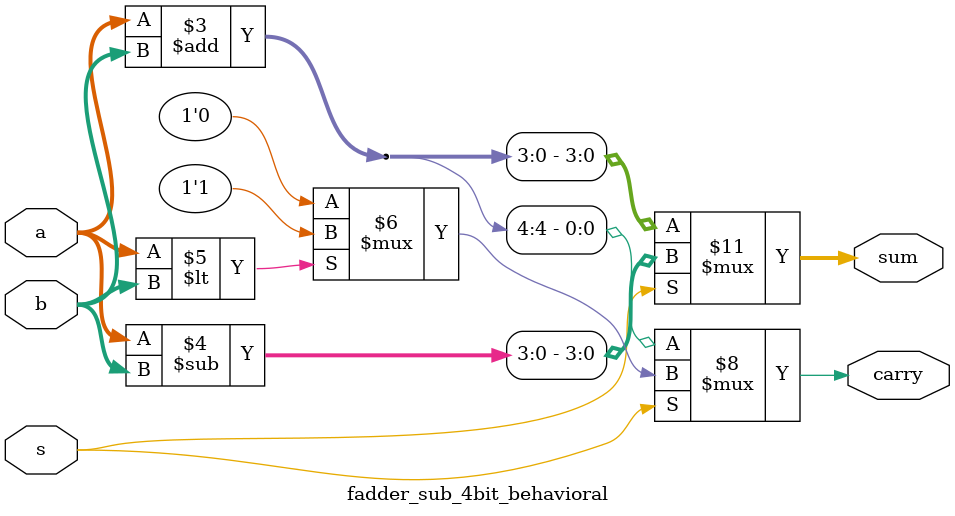
<source format=v>
`timescale 1ns / 1ps


module full_adder_structural(
    input a, b, cin,                // 입력비트 3개 (이전자리 올라온 자리올림 cin) 
    output sum, carry               // 출력
);

    wire sum_0;
    wire carry_0;
    wire carry_1;

    // 
    half_adder_structural ha0(
        .a(a),
        .b(b),
        .s(sum_0),
        .c(carry_0)
    );

    half_adder_structural ha1(
        .a(sum_0),
        .b(cin),
        .s(sum),
        .c(carry_1)
    );

    // 최종자리 올림은 두자리 올림의 OR 연산 (carry_0, carry_1)
    // 둘중 하나라도 1이면 carry 출력은 1
    or (carry, carry_0, carry_1);

endmodule


// 전가산기 (Behavioral)
module full_adder_behavioral (
    input a, b, cin,
    output reg sum, carry
);

    always @(a, b, cin) begin
        // 입력 3 비트를 하나의 값으로 묶어서 case 처리
        case ({a, b, cin})
            3'b000 : begin sum = 0; carry = 0; end // 0+0+0 = sum 0, carry 0
            3'b001 : begin sum = 1; carry = 0; end // 0+0+1 = sum 1, carry 0
            3'b010 : begin sum = 1; carry = 0; end // 0+1+0 = sum 1, carry 0
            3'b011 : begin sum = 0; carry = 1; end // 0+1+1 = sum 0, carry 1
            3'b100 : begin sum = 1; carry = 0; end // 1+0+0 = sum 1, carry 0
            3'b101 : begin sum = 0; carry = 1; end // 1+0+1 = sum 0, carry 1
            3'b110 : begin sum = 0; carry = 1; end // 1+1+0 = sum 0, carry 1
            3'b111 : begin sum = 1; carry = 1; end // 1+1+1 = sum 1, carry 1
        endcase
    end
    
endmodule

// dataflow
module full_adder_dataflow (
    input a, b, cin,      // <-- 쉼표 추가
    output sum, carry     // <-- 쉼표 추가
);

    wire [1:0] sum_value;          //2 비트 와이어 --> 덧셈 결과 (하위 : sum, 상위 : carry)

    assign sum_value = a + b + cin;

    assign sum = sum_value[0];
    assign carry = sum_value[1];
    
endmodule


module fadder_4bit_structural (
    input [3:0] a, b,         // 4bit input
    input cin,
    output [3:0] sum,         // result 4bit
    output carry              // final carry (MSB)
);
    wire [2:0] carry_w;       // 내부 전가산기 캐리 연결용 (수정: 3비트로 변경)

    // 첫번째 비트 : cin 과 함께 계산
    full_adder_structural fa0(
        .a(a[0]),
        .b(b[0]),
        .cin(cin),
        .sum(sum[0]),
        .carry(carry_w[0])
    );

    // 두번째 비트 : 이전 자리 캐리를(carry_w[0]) cin 으로 사용
    full_adder_structural fa1(
        .a(a[1]),
        .b(b[1]),
        .cin(carry_w[0]),
        .sum(sum[1]),
        .carry(carry_w[1])
    );

    // 세번째 비트 
    full_adder_structural fa2(
        .a(a[2]),
        .b(b[2]),
        .cin(carry_w[1]),
        .sum(sum[2]),
        .carry(carry_w[2])
    );

    // 네번째 비트
    full_adder_structural fa3(
        .a(a[3]),
        .b(b[3]),
        .cin(carry_w[2]),
        .sum(sum[3]),
        .carry(carry)
    );


endmodule

module fadder_sub_4bit_structural (
    input [3:0] a, b,         // 4bit input
    input s,                  // select signal ( 0: add , 1:sub)
    output [3:0] sum,         // result 4bit
    output carry              // final carry (MSB)
);
   wire [2:0] carry_w;       // 각자리의 중간 캐리 연결용 (수정: 3비트로 변경)
   wire [3:0] b_w;

   // b의 가 비트와 s를 xor
   // s가 0이면 b_w는 b와 같음
   // s가 1이면 b_w는 b의 각 비트가 반전됨 (뺄샘 모드, 2의 보수 연산 준비)
   xor (b_w[0], b[0], s);
   xor (b_w[1], b[1], s);
   xor (b_w[2], b[2], s);
   xor (b_w[3], b[3], s);

   // 4개의 전 가산기로 4비트 덧셈/뺄셈
   // 첫번째 가산기에는 s를 초기 태리 입력(cin)으로 사용
   // s = 0 이면 덧셈 (cin = 0)
   // s = 1 이면 뺄셈 (cin = 1) 2의 보수로 연산 
   full_adder_structural fa0(.a(a[0]), .b(b_w[0]), .cin(s),          .sum(sum[0]), .carry(carry_w[0]));
   full_adder_structural fa1(.a(a[1]), .b(b_w[1]), .cin(carry_w[0]), .sum(sum[1]), .carry(carry_w[1]));
   full_adder_structural fa2(.a(a[2]), .b(b_w[2]), .cin(carry_w[1]), .sum(sum[2]), .carry(carry_w[2]));
   full_adder_structural fa3(.a(a[3]), .b(b_w[3]), .cin(carry_w[2]), .sum(sum[3]), .carry(carry));

endmodule


module fadder_sub_4bit_dataflow (
    input [3:0] a, b,         // 4bit input
    input s,                  // select signal ( 0: add , 1:sub)
    output [3:0] sum,         // result 4bit
    output carry              // final carry (MSB)
);

    wire [4:0] sum_value;

    assign sum_value = s ? a - b : a + b;

    assign sum = sum_value[3:0];
    
    assign carry = s ? ~sum_value[4] : sum_value[4];

endmodule


module fadder_sub_4bit_behavioral(
    input [3:0] a, b,
    input s,
    output reg [3:0] sum,
    output reg carry
);

    reg [4:0] temp; // 5bit 임시변수

    always @(*) begin
        if (s==0) begin
            temp = a+b;
            sum = temp[3:0];
            carry = temp[4]; // 덧셈 시 carry out
        end
        else begin
            temp = a-b;
            sum = temp[3:0];
            carry = (a < b) ? 1'b1 : 1'b0; // 뺄셈 시 borrow 발생 조건 수정
        end
    end

endmodule
</source>
